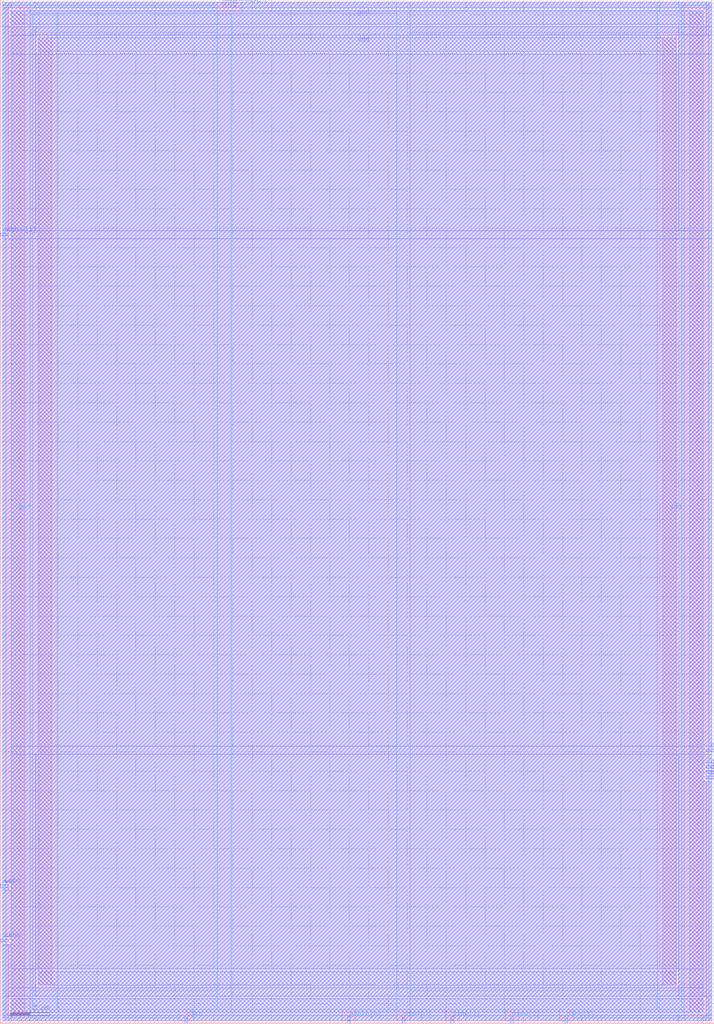
<source format=lef>
VERSION 5.4 ;
NAMESCASESENSITIVE ON ;
BUSBITCHARS "[]" ;
DIVIDERCHAR "/" ;
UNITS
  DATABASE MICRONS 2000 ;
END UNITS
MACRO SRAM_4x32_1rw
   CLASS BLOCK ;
   SIZE 36.82 BY 52.78 ;
   SYMMETRY X Y R90 ;
   PIN din0[0]
      DIRECTION INPUT ;
      PORT
         LAYER metal4 ;
         RECT  20.72 0.0 20.86 0.42 ;
      END
   END din0[0]
   PIN din0[1]
      DIRECTION INPUT ;
      PORT
         LAYER metal4 ;
         RECT  23.24 0.0 23.38 0.42 ;
      END
   END din0[1]
   PIN din0[2]
      DIRECTION INPUT ;
      PORT
         LAYER metal4 ;
         RECT  26.32 0.0 26.46 0.42 ;
      END
   END din0[2]
   PIN din0[3]
      DIRECTION INPUT ;
      PORT
         LAYER metal4 ;
         RECT  29.12 0.0 29.26 0.42 ;
      END
   END din0[3]
   PIN addr0[0]
      DIRECTION INPUT ;
      PORT
         LAYER metal4 ;
         RECT  17.92 0.0 18.06 0.42 ;
      END
   END addr0[0]
   PIN addr0[1]
      DIRECTION INPUT ;
      PORT
         LAYER metal3 ;
         RECT  0.0 40.6 0.42 40.74 ;
      END
   END addr0[1]
   PIN addr0[2]
      DIRECTION INPUT ;
      PORT
         LAYER metal4 ;
         RECT  11.48 52.36 11.62 52.78 ;
      END
   END addr0[2]
   PIN addr0[3]
      DIRECTION INPUT ;
      PORT
         LAYER metal4 ;
         RECT  11.76 52.36 11.9 52.78 ;
      END
   END addr0[3]
   PIN addr0[4]
      DIRECTION INPUT ;
      PORT
         LAYER metal4 ;
         RECT  12.04 52.36 12.18 52.78 ;
      END
   END addr0[4]
   PIN csb0
      DIRECTION INPUT ;
      PORT
         LAYER metal3 ;
         RECT  0.0 4.2 0.42 4.34 ;
      END
   END csb0
   PIN web0
      DIRECTION INPUT ;
      PORT
         LAYER metal3 ;
         RECT  0.0 7.0 0.42 7.14 ;
      END
   END web0
   PIN clk0
      DIRECTION INPUT ;
      PORT
         LAYER metal4 ;
         RECT  9.52 0.0 9.66 0.42 ;
      END
   END clk0
   PIN dout0[0]
      DIRECTION OUTPUT ;
      PORT
         LAYER metal3 ;
         RECT  36.4 14.0 36.82 14.14 ;
      END
   END dout0[0]
   PIN dout0[1]
      DIRECTION OUTPUT ;
      PORT
         LAYER metal3 ;
         RECT  36.4 12.6 36.82 12.74 ;
      END
   END dout0[1]
   PIN dout0[2]
      DIRECTION OUTPUT ;
      PORT
         LAYER metal3 ;
         RECT  36.4 12.88 36.82 13.02 ;
      END
   END dout0[2]
   PIN dout0[3]
      DIRECTION OUTPUT ;
      PORT
         LAYER metal3 ;
         RECT  36.4 13.16 36.82 13.3 ;
      END
   END dout0[3]
   PIN vdd
      DIRECTION INOUT ;
      USE POWER ; 
      SHAPE ABUTMENT ; 
      PORT
         LAYER metal4 ;
         RECT  1.96 1.96 2.66 50.82 ;
         LAYER metal3 ;
         RECT  1.96 1.96 34.86 2.66 ;
         LAYER metal3 ;
         RECT  1.96 50.12 34.86 50.82 ;
         LAYER metal4 ;
         RECT  34.16 1.96 34.86 50.82 ;
      END
   END vdd
   PIN gnd
      DIRECTION INOUT ;
      USE GROUND ; 
      SHAPE ABUTMENT ; 
      PORT
         LAYER metal3 ;
         RECT  0.56 0.56 36.26 1.26 ;
         LAYER metal4 ;
         RECT  35.56 0.56 36.26 52.22 ;
         LAYER metal4 ;
         RECT  0.56 0.56 1.26 52.22 ;
         LAYER metal3 ;
         RECT  0.56 51.52 36.26 52.22 ;
      END
   END gnd
   OBS
   LAYER  metal1 ;
      RECT  0.14 0.14 36.68 52.64 ;
   LAYER  metal2 ;
      RECT  0.14 0.14 36.68 52.64 ;
   LAYER  metal3 ;
      RECT  0.56 40.46 36.68 40.88 ;
      RECT  0.14 4.48 0.56 6.86 ;
      RECT  0.14 7.28 0.56 40.46 ;
      RECT  0.56 13.86 36.26 14.28 ;
      RECT  0.56 14.28 36.26 40.46 ;
      RECT  36.26 14.28 36.68 40.46 ;
      RECT  36.26 13.44 36.68 13.86 ;
      RECT  0.56 1.82 1.82 2.8 ;
      RECT  0.56 2.8 1.82 13.86 ;
      RECT  1.82 2.8 35.0 13.86 ;
      RECT  35.0 1.82 36.26 2.8 ;
      RECT  35.0 2.8 36.26 13.86 ;
      RECT  0.56 40.88 1.82 49.98 ;
      RECT  0.56 49.98 1.82 50.96 ;
      RECT  1.82 40.88 35.0 49.98 ;
      RECT  35.0 40.88 36.68 49.98 ;
      RECT  35.0 49.98 36.68 50.96 ;
      RECT  0.14 0.14 0.42 0.42 ;
      RECT  0.14 0.42 0.42 1.4 ;
      RECT  0.14 1.4 0.42 4.06 ;
      RECT  0.42 0.14 0.56 0.42 ;
      RECT  0.42 1.4 0.56 4.06 ;
      RECT  36.26 0.14 36.4 0.42 ;
      RECT  36.26 1.4 36.4 12.46 ;
      RECT  36.4 0.14 36.68 0.42 ;
      RECT  36.4 0.42 36.68 1.4 ;
      RECT  36.4 1.4 36.68 12.46 ;
      RECT  0.56 0.14 1.82 0.42 ;
      RECT  0.56 1.4 1.82 1.82 ;
      RECT  1.82 0.14 35.0 0.42 ;
      RECT  1.82 1.4 35.0 1.82 ;
      RECT  35.0 0.14 36.26 0.42 ;
      RECT  35.0 1.4 36.26 1.82 ;
      RECT  0.14 40.88 0.42 51.38 ;
      RECT  0.14 51.38 0.42 52.36 ;
      RECT  0.14 52.36 0.42 52.64 ;
      RECT  0.42 40.88 0.56 51.38 ;
      RECT  0.42 52.36 0.56 52.64 ;
      RECT  0.56 50.96 1.82 51.38 ;
      RECT  0.56 52.36 1.82 52.64 ;
      RECT  1.82 50.96 35.0 51.38 ;
      RECT  1.82 52.36 35.0 52.64 ;
      RECT  35.0 50.96 36.4 51.38 ;
      RECT  35.0 52.36 36.4 52.64 ;
      RECT  36.4 50.96 36.68 51.38 ;
      RECT  36.4 51.38 36.68 52.36 ;
      RECT  36.4 52.36 36.68 52.64 ;
   LAYER  metal4 ;
      RECT  20.44 0.7 21.14 52.64 ;
      RECT  21.14 0.14 22.96 0.7 ;
      RECT  23.66 0.14 26.04 0.7 ;
      RECT  26.74 0.14 28.84 0.7 ;
      RECT  18.34 0.14 20.44 0.7 ;
      RECT  11.2 0.7 11.9 52.08 ;
      RECT  11.9 0.7 20.44 52.08 ;
      RECT  12.46 52.08 20.44 52.64 ;
      RECT  9.94 0.14 17.64 0.7 ;
      RECT  1.68 0.7 2.94 1.68 ;
      RECT  1.68 51.1 2.94 52.08 ;
      RECT  2.94 0.7 11.2 1.68 ;
      RECT  2.94 1.68 11.2 51.1 ;
      RECT  2.94 51.1 11.2 52.08 ;
      RECT  21.14 0.7 33.88 1.68 ;
      RECT  21.14 1.68 33.88 51.1 ;
      RECT  21.14 51.1 33.88 52.64 ;
      RECT  33.88 0.7 35.14 1.68 ;
      RECT  33.88 51.1 35.14 52.64 ;
      RECT  29.54 0.14 35.28 0.28 ;
      RECT  29.54 0.28 35.28 0.7 ;
      RECT  35.28 0.14 36.54 0.28 ;
      RECT  36.54 0.14 36.68 0.28 ;
      RECT  36.54 0.28 36.68 0.7 ;
      RECT  35.14 0.7 35.28 1.68 ;
      RECT  36.54 0.7 36.68 1.68 ;
      RECT  35.14 1.68 35.28 51.1 ;
      RECT  36.54 1.68 36.68 51.1 ;
      RECT  35.14 51.1 35.28 52.5 ;
      RECT  35.14 52.5 35.28 52.64 ;
      RECT  35.28 52.5 36.54 52.64 ;
      RECT  36.54 51.1 36.68 52.5 ;
      RECT  36.54 52.5 36.68 52.64 ;
      RECT  0.14 52.08 0.28 52.5 ;
      RECT  0.14 52.5 0.28 52.64 ;
      RECT  0.28 52.5 1.54 52.64 ;
      RECT  1.54 52.08 11.2 52.5 ;
      RECT  1.54 52.5 11.2 52.64 ;
      RECT  0.14 0.14 0.28 0.28 ;
      RECT  0.14 0.28 0.28 0.7 ;
      RECT  0.28 0.14 1.54 0.28 ;
      RECT  1.54 0.14 9.24 0.28 ;
      RECT  1.54 0.28 9.24 0.7 ;
      RECT  0.14 0.7 0.28 1.68 ;
      RECT  1.54 0.7 1.68 1.68 ;
      RECT  0.14 1.68 0.28 51.1 ;
      RECT  1.54 1.68 1.68 51.1 ;
      RECT  0.14 51.1 0.28 52.08 ;
      RECT  1.54 51.1 1.68 52.08 ;
   END
END    SRAM_4x32_1rw
END    LIBRARY

</source>
